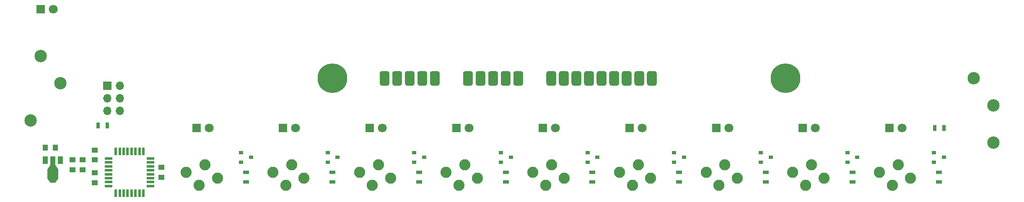
<source format=gts>
G04 #@! TF.GenerationSoftware,KiCad,Pcbnew,(5.1.7)-1*
G04 #@! TF.CreationDate,2022-04-05T13:22:44+02:00*
G04 #@! TF.ProjectId,saba_924x_tipp-tasten-modul,73616261-5f39-4323-9478-5f746970702d,rev?*
G04 #@! TF.SameCoordinates,Original*
G04 #@! TF.FileFunction,Soldermask,Top*
G04 #@! TF.FilePolarity,Negative*
%FSLAX46Y46*%
G04 Gerber Fmt 4.6, Leading zero omitted, Abs format (unit mm)*
G04 Created by KiCad (PCBNEW (5.1.7)-1) date 2022-04-05 13:22:44*
%MOMM*%
%LPD*%
G01*
G04 APERTURE LIST*
%ADD10C,2.500000*%
%ADD11R,1.300000X0.700000*%
%ADD12R,0.900000X0.800000*%
%ADD13R,0.700000X1.300000*%
%ADD14C,2.250000*%
%ADD15R,1.800000X1.800000*%
%ADD16C,1.800000*%
%ADD17C,0.100000*%
%ADD18R,1.000000X1.500000*%
%ADD19R,1.000000X1.800000*%
%ADD20R,2.200000X1.840000*%
%ADD21R,1.600000X0.550000*%
%ADD22R,0.550000X1.600000*%
%ADD23R,1.700000X1.700000*%
%ADD24O,1.700000X1.700000*%
%ADD25R,1.250000X1.000000*%
%ADD26R,1.000000X1.250000*%
%ADD27C,6.000000*%
G04 APERTURE END LIST*
D10*
X25500000Y-32500000D03*
X29500000Y-38000000D03*
D11*
X207000000Y-56050000D03*
X207000000Y-57950000D03*
D12*
X206000000Y-52050000D03*
X206000000Y-53950000D03*
X208000000Y-53000000D03*
D11*
X189500000Y-56050000D03*
X189500000Y-57950000D03*
X172000000Y-56050000D03*
X172000000Y-57950000D03*
X154500000Y-56050000D03*
X154500000Y-57950000D03*
X137000000Y-56050000D03*
X137000000Y-57950000D03*
X119500000Y-56050000D03*
X119500000Y-57950000D03*
X102000000Y-56050000D03*
X102000000Y-57950000D03*
X84500000Y-56050000D03*
X84500000Y-57950000D03*
X67000000Y-56050000D03*
X67000000Y-57950000D03*
D12*
X188500000Y-52050000D03*
X188500000Y-53950000D03*
X190500000Y-53000000D03*
X171000000Y-52050000D03*
X171000000Y-53950000D03*
X173000000Y-53000000D03*
X153500000Y-52050000D03*
X153500000Y-53950000D03*
X155500000Y-53000000D03*
X136000000Y-52050000D03*
X136000000Y-53950000D03*
X138000000Y-53000000D03*
X118500000Y-52050000D03*
X118500000Y-53950000D03*
X120500000Y-53000000D03*
X101000000Y-52050000D03*
X101000000Y-53950000D03*
X103000000Y-53000000D03*
X83500000Y-52050000D03*
X83500000Y-53950000D03*
X85500000Y-53000000D03*
X66000000Y-52050000D03*
X66000000Y-53950000D03*
X68000000Y-53000000D03*
D13*
X208000000Y-47000000D03*
X206100000Y-47000000D03*
D14*
X61250000Y-57200000D03*
X57550000Y-58600000D03*
X54950000Y-56000000D03*
X58750000Y-54500000D03*
X201250000Y-57200000D03*
X197550000Y-58600000D03*
X194950000Y-56000000D03*
X198750000Y-54500000D03*
X96250000Y-57200000D03*
X92550000Y-58600000D03*
X89950000Y-56000000D03*
X93750000Y-54500000D03*
X113750000Y-57200000D03*
X110050000Y-58600000D03*
X107450000Y-56000000D03*
X111250000Y-54500000D03*
X148750000Y-57200000D03*
X145050000Y-58600000D03*
X142450000Y-56000000D03*
X146250000Y-54500000D03*
X166250000Y-57200000D03*
X162550000Y-58600000D03*
X159950000Y-56000000D03*
X163750000Y-54500000D03*
X131250000Y-57200000D03*
X127550000Y-58600000D03*
X124950000Y-56000000D03*
X128750000Y-54500000D03*
X183750000Y-57200000D03*
X180050000Y-58600000D03*
X177450000Y-56000000D03*
X181250000Y-54500000D03*
X78750000Y-57200000D03*
X75050000Y-58600000D03*
X72450000Y-56000000D03*
X76250000Y-54500000D03*
D15*
X74500000Y-47000000D03*
D16*
X77040000Y-47000000D03*
D17*
G36*
X29100000Y-57242000D02*
G01*
X28500000Y-58092000D01*
X27500000Y-58092000D01*
X26900000Y-57242000D01*
X29100000Y-57242000D01*
G37*
D18*
X29500000Y-53520000D03*
D19*
X28000000Y-53666500D03*
D18*
X26500000Y-53520000D03*
D20*
X28000000Y-56333500D03*
D17*
G36*
X26900000Y-55423800D02*
G01*
X27600000Y-54423800D01*
X28400000Y-54423800D01*
X29100000Y-55423800D01*
X26900000Y-55423800D01*
G37*
D21*
X47750000Y-58800000D03*
X47750000Y-58000000D03*
X47750000Y-57200000D03*
X47750000Y-56400000D03*
X47750000Y-55600000D03*
X47750000Y-54800000D03*
X47750000Y-54000000D03*
X47750000Y-53200000D03*
D22*
X46300000Y-51750000D03*
X45500000Y-51750000D03*
X44700000Y-51750000D03*
X43900000Y-51750000D03*
X43100000Y-51750000D03*
X42300000Y-51750000D03*
X41500000Y-51750000D03*
X40700000Y-51750000D03*
D21*
X39250000Y-53200000D03*
X39250000Y-54000000D03*
X39250000Y-54800000D03*
X39250000Y-55600000D03*
X39250000Y-56400000D03*
X39250000Y-57200000D03*
X39250000Y-58000000D03*
X39250000Y-58800000D03*
D22*
X40700000Y-60250000D03*
X41500000Y-60250000D03*
X42300000Y-60250000D03*
X43100000Y-60250000D03*
X43900000Y-60250000D03*
X44700000Y-60250000D03*
X45500000Y-60250000D03*
X46300000Y-60250000D03*
D13*
X37100000Y-46500000D03*
X39000000Y-46500000D03*
D23*
X39000000Y-38500000D03*
D24*
X41540000Y-38500000D03*
X39000000Y-41040000D03*
X41540000Y-41040000D03*
X39000000Y-43580000D03*
X41540000Y-43580000D03*
D25*
X34000000Y-53500000D03*
X34000000Y-55500000D03*
D26*
X26500000Y-51000000D03*
X28500000Y-51000000D03*
D25*
X32000000Y-53500000D03*
X32000000Y-55500000D03*
X49950000Y-55000000D03*
X49950000Y-57000000D03*
X36500000Y-53500000D03*
X36500000Y-51500000D03*
X36500000Y-56100000D03*
X36500000Y-58100000D03*
D10*
X218000000Y-50000000D03*
X214000000Y-37000000D03*
X218000000Y-42500000D03*
X23500000Y-45500000D03*
G36*
G01*
X104160000Y-38000000D02*
X104160000Y-36000000D01*
G75*
G02*
X104660000Y-35500000I500000J0D01*
G01*
X105660000Y-35500000D01*
G75*
G02*
X106160000Y-36000000I0J-500000D01*
G01*
X106160000Y-38000000D01*
G75*
G02*
X105660000Y-38500000I-500000J0D01*
G01*
X104660000Y-38500000D01*
G75*
G02*
X104160000Y-38000000I0J500000D01*
G01*
G37*
G36*
G01*
X101620000Y-38000000D02*
X101620000Y-36000000D01*
G75*
G02*
X102120000Y-35500000I500000J0D01*
G01*
X103120000Y-35500000D01*
G75*
G02*
X103620000Y-36000000I0J-500000D01*
G01*
X103620000Y-38000000D01*
G75*
G02*
X103120000Y-38500000I-500000J0D01*
G01*
X102120000Y-38500000D01*
G75*
G02*
X101620000Y-38000000I0J500000D01*
G01*
G37*
G36*
G01*
X99080000Y-38000000D02*
X99080000Y-36000000D01*
G75*
G02*
X99580000Y-35500000I500000J0D01*
G01*
X100580000Y-35500000D01*
G75*
G02*
X101080000Y-36000000I0J-500000D01*
G01*
X101080000Y-38000000D01*
G75*
G02*
X100580000Y-38500000I-500000J0D01*
G01*
X99580000Y-38500000D01*
G75*
G02*
X99080000Y-38000000I0J500000D01*
G01*
G37*
G36*
G01*
X96540000Y-38000000D02*
X96540000Y-36000000D01*
G75*
G02*
X97040000Y-35500000I500000J0D01*
G01*
X98040000Y-35500000D01*
G75*
G02*
X98540000Y-36000000I0J-500000D01*
G01*
X98540000Y-38000000D01*
G75*
G02*
X98040000Y-38500000I-500000J0D01*
G01*
X97040000Y-38500000D01*
G75*
G02*
X96540000Y-38000000I0J500000D01*
G01*
G37*
G36*
G01*
X94000000Y-38000000D02*
X94000000Y-36000000D01*
G75*
G02*
X94500000Y-35500000I500000J0D01*
G01*
X95500000Y-35500000D01*
G75*
G02*
X96000000Y-36000000I0J-500000D01*
G01*
X96000000Y-38000000D01*
G75*
G02*
X95500000Y-38500000I-500000J0D01*
G01*
X94500000Y-38500000D01*
G75*
G02*
X94000000Y-38000000I0J500000D01*
G01*
G37*
G36*
G01*
X121000000Y-38000000D02*
X121000000Y-36000000D01*
G75*
G02*
X121500000Y-35500000I500000J0D01*
G01*
X122500000Y-35500000D01*
G75*
G02*
X123000000Y-36000000I0J-500000D01*
G01*
X123000000Y-38000000D01*
G75*
G02*
X122500000Y-38500000I-500000J0D01*
G01*
X121500000Y-38500000D01*
G75*
G02*
X121000000Y-38000000I0J500000D01*
G01*
G37*
G36*
G01*
X118460000Y-38000000D02*
X118460000Y-36000000D01*
G75*
G02*
X118960000Y-35500000I500000J0D01*
G01*
X119960000Y-35500000D01*
G75*
G02*
X120460000Y-36000000I0J-500000D01*
G01*
X120460000Y-38000000D01*
G75*
G02*
X119960000Y-38500000I-500000J0D01*
G01*
X118960000Y-38500000D01*
G75*
G02*
X118460000Y-38000000I0J500000D01*
G01*
G37*
G36*
G01*
X115920000Y-38000000D02*
X115920000Y-36000000D01*
G75*
G02*
X116420000Y-35500000I500000J0D01*
G01*
X117420000Y-35500000D01*
G75*
G02*
X117920000Y-36000000I0J-500000D01*
G01*
X117920000Y-38000000D01*
G75*
G02*
X117420000Y-38500000I-500000J0D01*
G01*
X116420000Y-38500000D01*
G75*
G02*
X115920000Y-38000000I0J500000D01*
G01*
G37*
G36*
G01*
X113380000Y-38000000D02*
X113380000Y-36000000D01*
G75*
G02*
X113880000Y-35500000I500000J0D01*
G01*
X114880000Y-35500000D01*
G75*
G02*
X115380000Y-36000000I0J-500000D01*
G01*
X115380000Y-38000000D01*
G75*
G02*
X114880000Y-38500000I-500000J0D01*
G01*
X113880000Y-38500000D01*
G75*
G02*
X113380000Y-38000000I0J500000D01*
G01*
G37*
G36*
G01*
X110840000Y-38000000D02*
X110840000Y-36000000D01*
G75*
G02*
X111340000Y-35500000I500000J0D01*
G01*
X112340000Y-35500000D01*
G75*
G02*
X112840000Y-36000000I0J-500000D01*
G01*
X112840000Y-38000000D01*
G75*
G02*
X112340000Y-38500000I-500000J0D01*
G01*
X111340000Y-38500000D01*
G75*
G02*
X110840000Y-38000000I0J500000D01*
G01*
G37*
G36*
G01*
X148000000Y-38000000D02*
X148000000Y-36000000D01*
G75*
G02*
X148500000Y-35500000I500000J0D01*
G01*
X149500000Y-35500000D01*
G75*
G02*
X150000000Y-36000000I0J-500000D01*
G01*
X150000000Y-38000000D01*
G75*
G02*
X149500000Y-38500000I-500000J0D01*
G01*
X148500000Y-38500000D01*
G75*
G02*
X148000000Y-38000000I0J500000D01*
G01*
G37*
G36*
G01*
X145460000Y-38000000D02*
X145460000Y-36000000D01*
G75*
G02*
X145960000Y-35500000I500000J0D01*
G01*
X146960000Y-35500000D01*
G75*
G02*
X147460000Y-36000000I0J-500000D01*
G01*
X147460000Y-38000000D01*
G75*
G02*
X146960000Y-38500000I-500000J0D01*
G01*
X145960000Y-38500000D01*
G75*
G02*
X145460000Y-38000000I0J500000D01*
G01*
G37*
G36*
G01*
X142920000Y-38000000D02*
X142920000Y-36000000D01*
G75*
G02*
X143420000Y-35500000I500000J0D01*
G01*
X144420000Y-35500000D01*
G75*
G02*
X144920000Y-36000000I0J-500000D01*
G01*
X144920000Y-38000000D01*
G75*
G02*
X144420000Y-38500000I-500000J0D01*
G01*
X143420000Y-38500000D01*
G75*
G02*
X142920000Y-38000000I0J500000D01*
G01*
G37*
G36*
G01*
X140380000Y-38000000D02*
X140380000Y-36000000D01*
G75*
G02*
X140880000Y-35500000I500000J0D01*
G01*
X141880000Y-35500000D01*
G75*
G02*
X142380000Y-36000000I0J-500000D01*
G01*
X142380000Y-38000000D01*
G75*
G02*
X141880000Y-38500000I-500000J0D01*
G01*
X140880000Y-38500000D01*
G75*
G02*
X140380000Y-38000000I0J500000D01*
G01*
G37*
G36*
G01*
X137840000Y-38000000D02*
X137840000Y-36000000D01*
G75*
G02*
X138340000Y-35500000I500000J0D01*
G01*
X139340000Y-35500000D01*
G75*
G02*
X139840000Y-36000000I0J-500000D01*
G01*
X139840000Y-38000000D01*
G75*
G02*
X139340000Y-38500000I-500000J0D01*
G01*
X138340000Y-38500000D01*
G75*
G02*
X137840000Y-38000000I0J500000D01*
G01*
G37*
G36*
G01*
X135300000Y-38000000D02*
X135300000Y-36000000D01*
G75*
G02*
X135800000Y-35500000I500000J0D01*
G01*
X136800000Y-35500000D01*
G75*
G02*
X137300000Y-36000000I0J-500000D01*
G01*
X137300000Y-38000000D01*
G75*
G02*
X136800000Y-38500000I-500000J0D01*
G01*
X135800000Y-38500000D01*
G75*
G02*
X135300000Y-38000000I0J500000D01*
G01*
G37*
G36*
G01*
X132760000Y-38000000D02*
X132760000Y-36000000D01*
G75*
G02*
X133260000Y-35500000I500000J0D01*
G01*
X134260000Y-35500000D01*
G75*
G02*
X134760000Y-36000000I0J-500000D01*
G01*
X134760000Y-38000000D01*
G75*
G02*
X134260000Y-38500000I-500000J0D01*
G01*
X133260000Y-38500000D01*
G75*
G02*
X132760000Y-38000000I0J500000D01*
G01*
G37*
G36*
G01*
X130220000Y-38000000D02*
X130220000Y-36000000D01*
G75*
G02*
X130720000Y-35500000I500000J0D01*
G01*
X131720000Y-35500000D01*
G75*
G02*
X132220000Y-36000000I0J-500000D01*
G01*
X132220000Y-38000000D01*
G75*
G02*
X131720000Y-38500000I-500000J0D01*
G01*
X130720000Y-38500000D01*
G75*
G02*
X130220000Y-38000000I0J500000D01*
G01*
G37*
G36*
G01*
X127680000Y-38000000D02*
X127680000Y-36000000D01*
G75*
G02*
X128180000Y-35500000I500000J0D01*
G01*
X129180000Y-35500000D01*
G75*
G02*
X129680000Y-36000000I0J-500000D01*
G01*
X129680000Y-38000000D01*
G75*
G02*
X129180000Y-38500000I-500000J0D01*
G01*
X128180000Y-38500000D01*
G75*
G02*
X127680000Y-38000000I0J500000D01*
G01*
G37*
D15*
X197000000Y-47000000D03*
D16*
X199540000Y-47000000D03*
D15*
X162000000Y-47000000D03*
D16*
X164540000Y-47000000D03*
D15*
X144500000Y-47000000D03*
D16*
X147040000Y-47000000D03*
D15*
X109500000Y-47000000D03*
D16*
X112040000Y-47000000D03*
D15*
X179500000Y-47000000D03*
D16*
X182040000Y-47000000D03*
D15*
X127000000Y-47000000D03*
D16*
X129540000Y-47000000D03*
D15*
X92000000Y-47000000D03*
D16*
X94540000Y-47000000D03*
D15*
X25500000Y-23000000D03*
D16*
X28040000Y-23000000D03*
D27*
X176000000Y-37000000D03*
X84500000Y-37000000D03*
D15*
X57000000Y-47000000D03*
D16*
X59540000Y-47000000D03*
M02*

</source>
